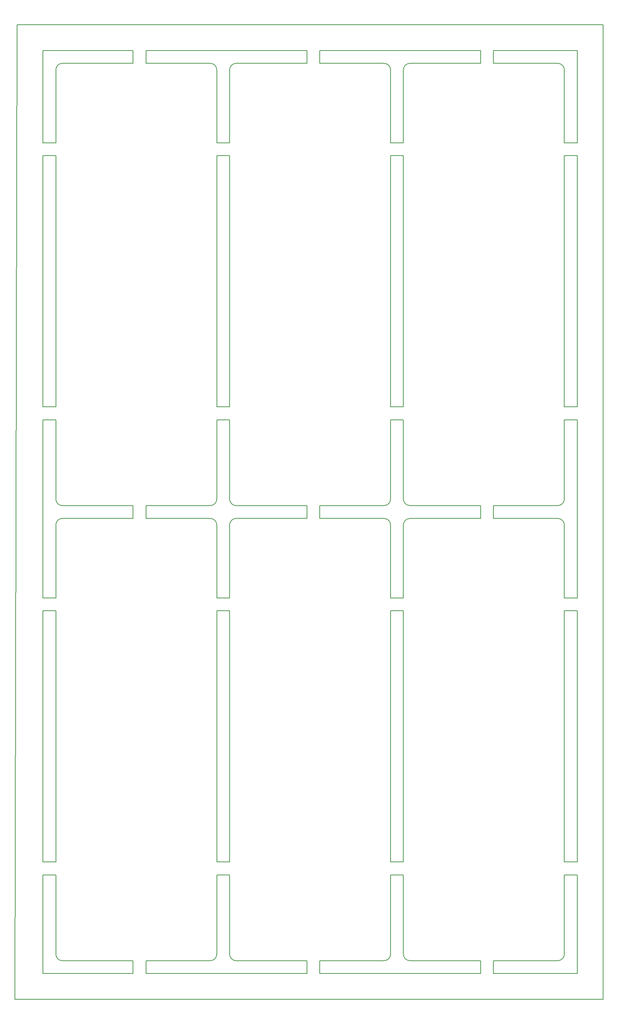
<source format=gbr>
G04 #@! TF.GenerationSoftware,KiCad,Pcbnew,(5.0.0)*
G04 #@! TF.CreationDate,2019-01-02T13:47:13-06:00*
G04 #@! TF.ProjectId,fk-weather-v0.11-02x03,666B2D776561746865722D76302E3131,0.1*
G04 #@! TF.SameCoordinates,PX791ddc0PY791ddc0*
G04 #@! TF.FileFunction,Profile,NP*
%FSLAX46Y46*%
G04 Gerber Fmt 4.6, Leading zero omitted, Abs format (unit mm)*
G04 Created by KiCad (PCBNEW (5.0.0)) date 01/02/19 13:47:13*
%MOMM*%
%LPD*%
G01*
G04 APERTURE LIST*
%ADD10C,0.150000*%
%ADD11C,0.200000*%
G04 APERTURE END LIST*
D10*
X62511400Y62010600D02*
X59511400Y62010600D01*
X62511400Y59010600D02*
X59511400Y59010600D01*
X62511400Y510600D02*
X59511400Y510600D01*
X62511400Y-2489400D02*
X59511400Y-2489400D01*
X62511400Y-46989400D02*
X59511400Y-46989400D01*
X62511400Y-43989400D02*
X59511400Y-43989400D01*
X62511400Y-105489400D02*
X59511400Y-105489400D01*
X62511400Y-108489400D02*
X59511400Y-108489400D01*
X43011400Y-128489400D02*
X43011400Y-131489400D01*
X40011400Y-131489400D02*
X40011400Y-128489400D01*
X2511400Y-128489400D02*
X2511400Y-131489400D01*
X-488600Y-131489400D02*
X-488600Y-128489400D01*
X-37988600Y-128489400D02*
X-37988600Y-131489400D01*
X-40988600Y-131489400D02*
X-40988600Y-128489400D01*
X58014845Y-128491483D02*
G75*
G03X59514845Y-126991483I0J1500000D01*
G01*
X17514845Y-128491483D02*
G75*
G03X19014845Y-126991483I0J1500000D01*
G01*
X-22985155Y-128491483D02*
G75*
G03X-21485155Y-126991483I0J1500000D01*
G01*
X58014845Y-22491483D02*
G75*
G03X59514845Y-20991483I0J1500000D01*
G01*
X17514845Y-22491483D02*
G75*
G03X19014845Y-20991483I0J1500000D01*
G01*
X19011400Y-43989400D02*
X22011400Y-43989400D01*
X-21488600Y-43989400D02*
X-18488600Y-43989400D01*
X-61988600Y-43989400D02*
X-58988600Y-43989400D01*
X19011400Y62010600D02*
X22011400Y62010600D01*
X-21488600Y62010600D02*
X-18488600Y62010600D01*
X22011400Y-46989400D02*
X19011400Y-46989400D01*
X-18488600Y-46989400D02*
X-21488600Y-46989400D01*
X-58988600Y-46989400D02*
X-61988600Y-46989400D01*
X22011400Y59010600D02*
X19011400Y59010600D01*
X-18488600Y59010600D02*
X-21488600Y59010600D01*
X22011400Y-105489400D02*
X22011400Y-46989400D01*
X-18488600Y-105489400D02*
X-18488600Y-46989400D01*
X-58988600Y-105489400D02*
X-58988600Y-46989400D01*
X22011400Y510600D02*
X22011400Y59010600D01*
X-18488600Y510600D02*
X-18488600Y59010600D01*
X22011400Y-105489400D02*
X19011400Y-105489400D01*
X-18488600Y-105489400D02*
X-21488600Y-105489400D01*
X-58988600Y-105489400D02*
X-61988600Y-105489400D01*
X22011400Y510600D02*
X19011400Y510600D01*
X-18488600Y510600D02*
X-21488600Y510600D01*
X22011400Y-126989400D02*
X22011400Y-108489400D01*
X-18488600Y-126989400D02*
X-18488600Y-108489400D01*
X-58988600Y-126989400D02*
X-58988600Y-108489400D01*
X22011400Y-20989400D02*
X22011400Y-2489400D01*
X-18488600Y-20989400D02*
X-18488600Y-2489400D01*
X40011400Y-25489400D02*
X23514845Y-25491483D01*
X-488600Y-25489400D02*
X-16985155Y-25491483D01*
X-40988600Y-25489400D02*
X-57485155Y-25491483D01*
X40011400Y80510600D02*
X23514845Y80508517D01*
X-488600Y80510600D02*
X-16985155Y80508517D01*
X59514845Y-26991483D02*
G75*
G03X58014845Y-25491483I-1500000J0D01*
G01*
X19014845Y-26991483D02*
G75*
G03X17514845Y-25491483I-1500000J0D01*
G01*
X-21485155Y-26991483D02*
G75*
G03X-22985155Y-25491483I-1500000J0D01*
G01*
X59514845Y79008517D02*
G75*
G03X58014845Y80508517I-1500000J0D01*
G01*
X19014845Y79008517D02*
G75*
G03X17514845Y80508517I-1500000J0D01*
G01*
X59511400Y-26989400D02*
X59511400Y-43989400D01*
X19011400Y-26989400D02*
X19011400Y-43989400D01*
X-21488600Y-26989400D02*
X-21488600Y-43989400D01*
X59511400Y79010600D02*
X59511400Y62010600D01*
X19011400Y79010600D02*
X19011400Y62010600D01*
X22011400Y-43989400D02*
X22011400Y-26989400D01*
X-18488600Y-43989400D02*
X-18488600Y-26989400D01*
X-58988600Y-43989400D02*
X-58988600Y-26989400D01*
X22011400Y62010600D02*
X22011400Y79010600D01*
X-18488600Y62010600D02*
X-18488600Y79010600D01*
D11*
X43011400Y-25489400D02*
X58011400Y-25489400D01*
X2511400Y-25489400D02*
X17511400Y-25489400D01*
X-37988600Y-25489400D02*
X-22988600Y-25489400D01*
X43011400Y80510600D02*
X58011400Y80510600D01*
X2511400Y80510600D02*
X17511400Y80510600D01*
D10*
X22011400Y-108489400D02*
X19011400Y-108489400D01*
X-18488600Y-108489400D02*
X-21488600Y-108489400D01*
X-58988600Y-108489400D02*
X-61988600Y-108489400D01*
X22011400Y-2489400D02*
X19011400Y-2489400D01*
X-18488600Y-2489400D02*
X-21488600Y-2489400D01*
X59511400Y-46989400D02*
X59511400Y-105489400D01*
X19011400Y-46989400D02*
X19011400Y-105489400D01*
X-21488600Y-46989400D02*
X-21488600Y-105489400D01*
X59511400Y59010600D02*
X59511400Y510600D01*
X19011400Y59010600D02*
X19011400Y510600D01*
X40011400Y-25489400D02*
X40011400Y-22489400D01*
X-488600Y-25489400D02*
X-488600Y-22489400D01*
X-40988600Y-25489400D02*
X-40988600Y-22489400D01*
X40011400Y80510600D02*
X40011400Y83510600D01*
X-488600Y80510600D02*
X-488600Y83510600D01*
X43011400Y-22489400D02*
X43011400Y-25489400D01*
X2511400Y-22489400D02*
X2511400Y-25489400D01*
X-37988600Y-22489400D02*
X-37988600Y-25489400D01*
X43011400Y83510600D02*
X43011400Y80510600D01*
X2511400Y83510600D02*
X2511400Y80510600D01*
X40011400Y-128489400D02*
X23511400Y-128489400D01*
X-488600Y-128489400D02*
X-16988600Y-128489400D01*
X-40988600Y-128489400D02*
X-57488600Y-128489400D01*
X40011400Y-22489400D02*
X23511400Y-22489400D01*
X-488600Y-22489400D02*
X-16988600Y-22489400D01*
X58011400Y-128489400D02*
X43011400Y-128489400D01*
X17511400Y-128489400D02*
X2511400Y-128489400D01*
X-22988600Y-128489400D02*
X-37988600Y-128489400D01*
X58011400Y-22489400D02*
X43011400Y-22489400D01*
X17511400Y-22489400D02*
X2511400Y-22489400D01*
X22014845Y-126991483D02*
G75*
G03X23514845Y-128491483I1500000J0D01*
G01*
X-18485155Y-126991483D02*
G75*
G03X-16985155Y-128491483I1500000J0D01*
G01*
X-58985155Y-126991483D02*
G75*
G03X-57485155Y-128491483I1500000J0D01*
G01*
X22014845Y-20991483D02*
G75*
G03X23514845Y-22491483I1500000J0D01*
G01*
X-18485155Y-20991483D02*
G75*
G03X-16985155Y-22491483I1500000J0D01*
G01*
X23514845Y-25491483D02*
G75*
G03X22014845Y-26991483I0J-1500000D01*
G01*
X-16985155Y-25491483D02*
G75*
G03X-18485155Y-26991483I0J-1500000D01*
G01*
X-57485155Y-25491483D02*
G75*
G03X-58985155Y-26991483I0J-1500000D01*
G01*
X23514845Y80508517D02*
G75*
G03X22014845Y79008517I0J-1500000D01*
G01*
X-16985155Y80508517D02*
G75*
G03X-18485155Y79008517I0J-1500000D01*
G01*
X59511400Y-108489400D02*
X59511400Y-126989400D01*
X19011400Y-108489400D02*
X19011400Y-126989400D01*
X-21488600Y-108489400D02*
X-21488600Y-126989400D01*
X59511400Y-2489400D02*
X59511400Y-20989400D01*
X19011400Y-2489400D02*
X19011400Y-20989400D01*
X68511400Y89510600D02*
X-67988600Y89510600D01*
X68511400Y-137489400D02*
X68511400Y89510600D01*
X-68488600Y-137489400D02*
X68511400Y-137489400D01*
X-67988600Y89510600D02*
X-68488600Y-137489400D01*
X2511400Y-131489400D02*
X40011400Y-131489400D01*
X-37988600Y-131489400D02*
X-488600Y-131489400D01*
X-61988600Y-131489400D02*
X-40988600Y-131489400D01*
X-61988600Y-108489400D02*
X-61988600Y-131489400D01*
X-61988600Y-46989400D02*
X-61988600Y-105489400D01*
X-61988600Y-2489400D02*
X-61988600Y-43989400D01*
X-61988600Y59010600D02*
X-61988600Y510600D01*
X-61988600Y83510600D02*
X-61988600Y62010600D01*
X-40988600Y83510600D02*
X-61988600Y83510600D01*
X-488600Y83510600D02*
X-37988600Y83510600D01*
X40011400Y83510600D02*
X2511400Y83510600D01*
X62511400Y83510600D02*
X43011400Y83510600D01*
X62511400Y62010600D02*
X62511400Y83510600D01*
X62511400Y510600D02*
X62511400Y59010600D01*
X62511400Y-43989400D02*
X62511400Y-2489400D01*
X62511400Y-105489400D02*
X62511400Y-46989400D01*
X62511400Y-131489400D02*
X62511400Y-108489400D01*
X43011400Y-131489400D02*
X62511400Y-131489400D01*
X-40988600Y-22489400D02*
X-57488600Y-22489400D01*
X-22988600Y-22489400D02*
X-37988600Y-22489400D01*
X-21488600Y-2489400D02*
X-21488600Y-20989400D01*
X-21488600Y59010600D02*
X-21488600Y510600D01*
X-21488600Y79010600D02*
X-21488600Y62010600D01*
X-37988600Y83510600D02*
X-37988600Y80510600D01*
X-40988600Y80510600D02*
X-40988600Y83510600D01*
X-58988600Y62010600D02*
X-58988600Y79010600D01*
X-61988600Y62010600D02*
X-58988600Y62010600D01*
X-58988600Y59010600D02*
X-61988600Y59010600D01*
X-58988600Y510600D02*
X-58988600Y59010600D01*
X-58988600Y510600D02*
X-61988600Y510600D01*
X-58988600Y-2489400D02*
X-61988600Y-2489400D01*
X-58988600Y-20989400D02*
X-58988600Y-2489400D01*
D11*
X-37988600Y80510600D02*
X-22988600Y80510600D01*
D10*
X-57485155Y80508517D02*
G75*
G03X-58985155Y79008517I0J-1500000D01*
G01*
X-58985155Y-20991483D02*
G75*
G03X-57485155Y-22491483I1500000J0D01*
G01*
X-22985155Y-22491483D02*
G75*
G03X-21485155Y-20991483I0J1500000D01*
G01*
X-21485155Y79008517D02*
G75*
G03X-22985155Y80508517I-1500000J0D01*
G01*
X-40988600Y80510600D02*
X-57485155Y80508517D01*
M02*

</source>
